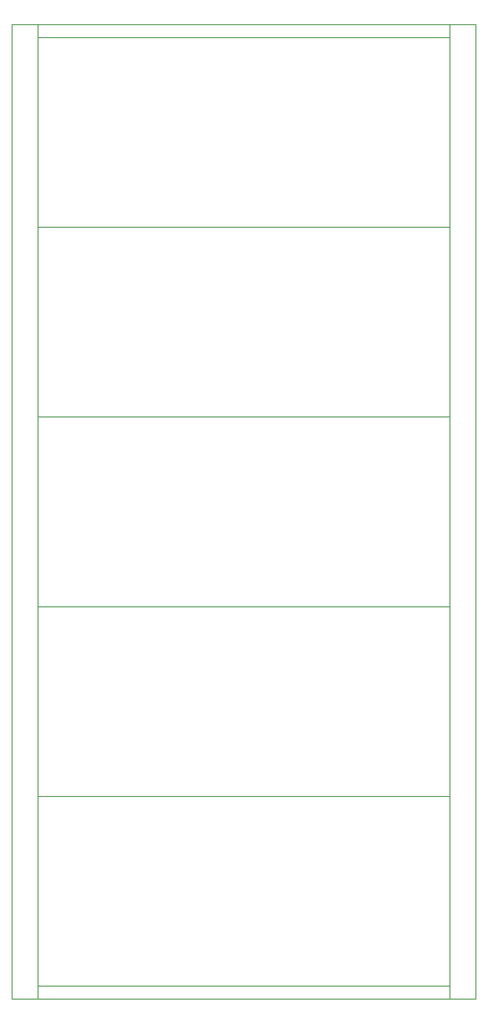
<source format=gko>
G04*
G04 #@! TF.GenerationSoftware,Altium Limited,Altium Designer,25.3.3 (18)*
G04*
G04 Layer_Color=16711935*
%FSLAX44Y44*%
%MOMM*%
G71*
G04*
G04 #@! TF.SameCoordinates,C1B4E693-D7F7-4543-9357-B74F73BC7D76*
G04*
G04*
G04 #@! TF.FilePolarity,Positive*
G04*
G01*
G75*
%ADD68C,0.3000*%
D68*
X-200Y-50200D02*
G03*
X0Y-50000I0J200D01*
G01*
X1586230Y3650000D02*
Y3699800D01*
X-0Y3650000D02*
Y3699800D01*
X1586200Y-49600D02*
X1586230Y0D01*
X0Y-50000D02*
Y0D01*
X-100000Y-50000D02*
Y3700000D01*
X1686230D01*
Y-50000D02*
Y3700000D01*
X-100000Y-50000D02*
X1686230D01*
X-0Y3650000D02*
X-0Y2920000D01*
X-0Y3650000D02*
X1586230D01*
X1586230Y2920000D01*
X-0D02*
X-0Y2190000D01*
X-0Y2920000D02*
X1586230D01*
X1586230Y2190000D01*
X-0D02*
X-0Y1460000D01*
X-0Y2190000D02*
X1586230D01*
X1586230Y1460000D01*
X-0D02*
X-0Y730000D01*
X-0Y1460000D02*
X1586230D01*
X1586230Y730000D01*
X1586230Y0D01*
X-0Y730000D02*
X1586230D01*
X0Y0D02*
X1586230D01*
X-0Y730000D02*
X0Y0D01*
M02*

</source>
